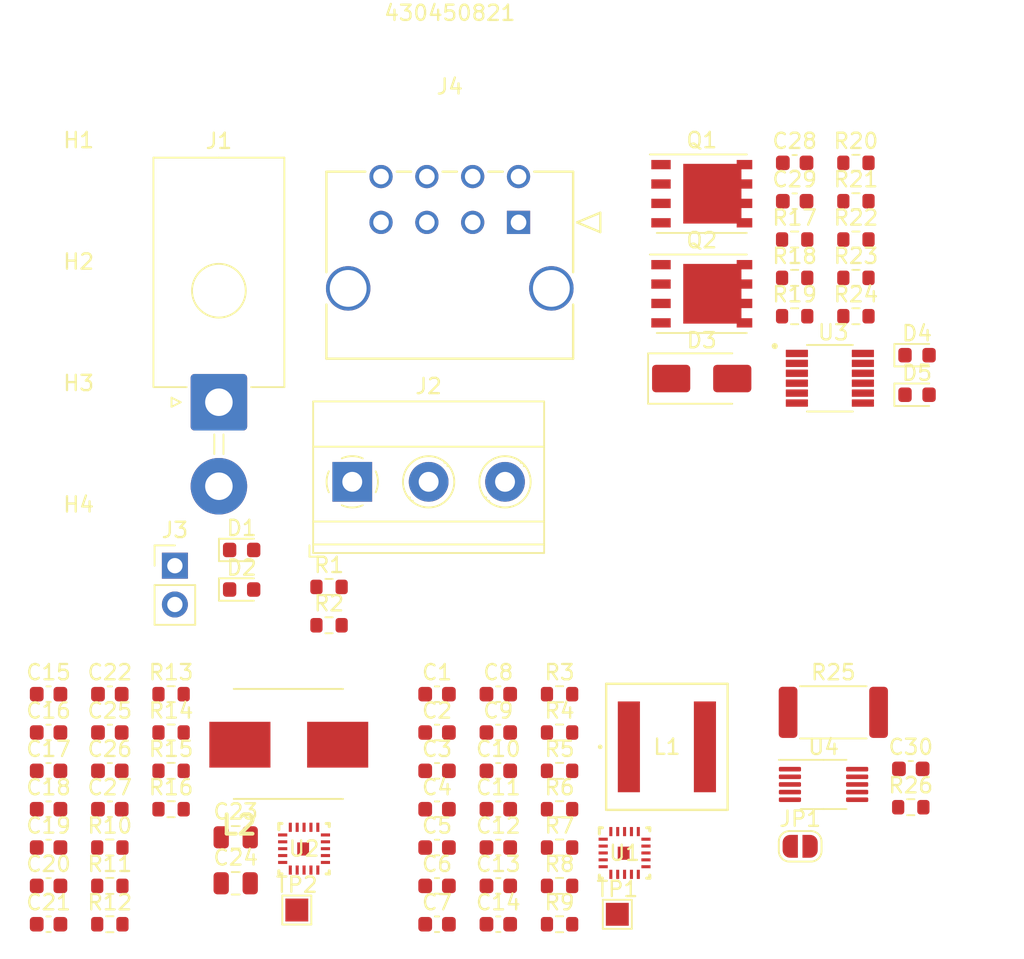
<source format=kicad_pcb>
(kicad_pcb (version 20230913) (generator pcbnew)
  (title_block (title "2023 MUREX Power Distribution Board") (date "2023-07-15") (rev "V1.1") (company "MUREX Robotics [Max Liu]") (comment 1 "// INNOVATION IS OUR OBSESSION") (comment 2 "// THINK DIFFERENT. THINK MUREX") (comment 3 "with circuit protection and integrated sensors.") (comment 4 "The MUREX Power Board is the world's smallest dual-output buck converter"))
  (layers (0 "F.Cu" signal) (1 "In1.Cu" power "PGND1.Cu") (2 "In2.Cu" power "PWR.Cu") (31 "B.Cu" signal) (34 "B.Paste" user) (35 "F.Paste" user) (36 "B.SilkS" user "B.Silkscreen") (37 "F.SilkS" user "F.Silkscreen") (38 "B.Mask" user) (39 "F.Mask" user) (44 "Edge.Cuts" user))
  (net 0 "")
  (net 1 "/VIN-")
  (net 2 "GND")
  (net 3 "/Stage 1 Step Down/SW")
  (net 4 "/Stage 1 Step Down/BST")
  (net 5 "/Stage 2 Step Down/VIN")
  (net 6 "/Stage 1 Step Down/FB")
  (net 7 "/Stage 1 Step Down/EN")
  (net 8 "/Stage 1 Step Down/VCC")
  (net 9 "/Stage 1 Step Down/SS")
  (net 10 "/Stage 2 Step Down/BST")
  (net 11 "/Stage 2 Step Down/SW")
  (net 12 "/Stage 2 Step Down/FB")
  (net 13 "/Stage 2 Step Down/EN")
  (net 14 "/Stage 2 Step Down/VCC")
  (net 15 "/Stage 2 Step Down/SS")
  (net 16 "Net-(U3-VCC)")
  (net 17 "Net-(C29-Pad2)")
  (net 18 "Net-(D1-A)")
  (net 19 "/Stage 1 Step Down/PGOOD")
  (net 20 "Net-(D2-A)")
  (net 21 "Net-(Q1-G)")
  (net 22 "/Stage 1 Step Down/MODE")
  (net 23 "/Stage 2 Step Down/PGOOD")
  (net 24 "/Stage 2 Step Down/MODE")
  (net 25 "/+3.3V")
  (net 28 "/3.3V")
  (net 29 "/SDA")
  (net 30 "/SCL")
  (net 31 "Net-(JP1-A)")
  (net 32 "/VIN+")
  (net 33 "/Ideal Diode Controller/VIN")
  (net 34 "Net-(D4-A)")
  (net 35 "/Ideal Diode Controller/STATUS")
  (net 36 "Net-(D5-A)")
  (net 37 "/Ideal Diode Controller/FAULT")
  (net 38 "/Ideal Diode Controller/SOURCE")
  (net 39 "/Ideal Diode Controller/GATE")
  (net 40 "/Ideal Diode Controller/UV")
  (net 41 "/Ideal Diode Controller/OV")
  (footprint "Capacitor_SMD:C_0603_1608Metric" (layer "F.Cu") (at 127.2166 95.1376)
    (property "Reference" "C14" (at 0 -1.43 0) (layer "F.SilkS"))
    (property "Value" "22nF")
    (pad "1" smd roundrect (at -0.775 0) (size 0.9 0.95) (layers "F.Cu" "F.Paste" "F.Mask") (net 9 "/Stage 1 Step Down/SS"))
    (pad "2" smd roundrect (at 0.775 0) (size 0.9 0.95) (layers "F.Cu" "F.Paste" "F.Mask") (net 2 "GND"))
  )
  (footprint "LED_SMD:LED_0603_1608Metric" (layer "F.Cu") (at 154.6266 57.8876)
    (property "Reference" "D4" (at 0 -1.43 0) (layer "F.SilkS"))
    (property "Value" "LED")
    (pad "1" smd roundrect (at -0.7875 0) (size 0.875 0.95) (layers "F.Cu" "F.Paste" "F.Mask") (net 35 "/Ideal Diode Controller/STATUS"))
    (pad "2" smd roundrect (at 0.7875 0) (size 0.875 0.95) (layers "F.Cu" "F.Paste" "F.Mask") (net 34 "Net-(D4-A)"))
  )
  (footprint "Connector_PinHeader_2.54mm:PinHeader_1x02_P2.54mm_Vertical" (layer "F.Cu") (at 106.0466 71.6676)
    (property "Reference" "J3" (at 0 -2.33 0) (layer "F.SilkS"))
    (property "Value" "Conn_01x02_Pin")
    (pad "1" thru_hole rect (at 0 0) (size 1.7 1.7) (drill 1) (layers "*.Cu" "*.Mask") (net 30 "/SCL"))
    (pad "2" thru_hole oval (at 0 2.54) (size 1.7 1.7) (drill 1) (layers "*.Cu" "*.Mask") (net 29 "/SDA"))
  )
  (footprint "MountingHole:MountingHole_3.2mm_M3" (layer "F.Cu") (at 99.7466 71.8676)
    (property "Reference" "H4" (at 0 -4.2 0) (layer "F.SilkS"))
    (property "Value" "MountingHole")
    (pad "" np_thru_hole circle (at 0 0) (size 3.2 3.2) (drill 3.2) (layers "*.Cu" "*.Mask"))
  )
  (footprint "Resistor_SMD:R_0603_1608Metric" (layer "F.Cu") (at 150.6266 52.8276)
    (property "Reference" "R23" (at 0 -1.43 0) (layer "F.SilkS"))
    (property "Value" "2.7k")
    (pad "1" smd roundrect (at -0.825 0) (size 0.8 0.95) (layers "F.Cu" "F.Paste" "F.Mask") (net 32 "/VIN+"))
    (pad "2" smd roundrect (at 0.825 0) (size 0.8 0.95) (layers "F.Cu" "F.Paste" "F.Mask") (net 34 "Net-(D4-A)"))
  )
  (footprint "Resistor_SMD:R_0603_1608Metric" (layer "F.Cu") (at 116.1366 73.0576)
    (property "Reference" "R1" (at 0 -1.43 0) (layer "F.SilkS"))
    (property "Value" "1k")
    (pad "1" smd roundrect (at -0.825 0) (size 0.8 0.95) (layers "F.Cu" "F.Paste" "F.Mask") (net 5 "/Stage 2 Step Down/VIN"))
    (pad "2" smd roundrect (at 0.825 0) (size 0.8 0.95) (layers "F.Cu" "F.Paste" "F.Mask") (net 18 "Net-(D1-A)"))
  )
  (footprint "Capacitor_SMD:C_0603_1608Metric" (layer "F.Cu") (at 97.7766 82.5876)
    (property "Reference" "C16" (at 0 -1.43 0) (layer "F.SilkS"))
    (property "Value" "22uF")
    (pad "1" smd roundrect (at -0.775 0) (size 0.9 0.95) (layers "F.Cu" "F.Paste" "F.Mask") (net 5 "/Stage 2 Step Down/VIN"))
    (pad "2" smd roundrect (at 0.775 0) (size 0.9 0.95) (layers "F.Cu" "F.Paste" "F.Mask") (net 2 "GND"))
  )
  (footprint "Capacitor_SMD:C_0603_1608Metric" (layer "F.Cu") (at 146.6166 47.8076)
    (property "Reference" "C29" (at 0 -1.43 0) (layer "F.SilkS"))
    (property "Value" "0.1uF")
    (pad "1" smd roundrect (at -0.775 0) (size 0.9 0.95) (layers "F.Cu" "F.Paste" "F.Mask") (net 2 "GND"))
    (pad "2" smd roundrect (at 0.775 0) (size 0.9 0.95) (layers "F.Cu" "F.Paste" "F.Mask") (net 17 "Net-(C29-Pad2)"))
  )
  (footprint "Resistor_SMD:R_0603_1608Metric" (layer "F.Cu") (at 131.2266 85.0976)
    (property "Reference" "R5" (at 0 -1.43 0) (layer "F.SilkS"))
    (property "Value" "30k")
    (pad "1" smd roundrect (at -0.825 0) (size 0.8 0.95) (layers "F.Cu" "F.Paste" "F.Mask") (net 6 "/Stage 1 Step Down/FB"))
    (pad "2" smd roundrect (at 0.825 0) (size 0.8 0.95) (layers "F.Cu" "F.Paste" "F.Mask") (net 2 "GND"))
  )
  (footprint "LED_SMD:LED_0603_1608Metric" (layer "F.Cu") (at 110.4166 73.2276)
    (property "Reference" "D2" (at 0 -1.43 0) (layer "F.SilkS"))
    (property "Value" "LED")
    (pad "1" smd roundrect (at -0.7875 0) (size 0.875 0.95) (layers "F.Cu" "F.Paste" "F.Mask") (net 2 "GND"))
    (pad "2" smd roundrect (at 0.7875 0) (size 0.875 0.95) (layers "F.Cu" "F.Paste" "F.Mask") (net 20 "Net-(D2-A)"))
  )
  (footprint "Package_SO:PowerPAK_SO-8_Single" (layer "F.Cu") (at 140.5366 53.8676)
    (property "Reference" "Q2" (at 0 -3.5 0) (layer "F.SilkS"))
    (property "Value" "SIRA00DP")
    (pad "1" smd rect (at -2.67 -1.905) (size 1.27 0.61) (layers "F.Cu" "F.Paste" "F.Mask") (net 38 "/Ideal Diode Controller/SOURCE"))
    (pad "2" smd rect (at -2.67 -0.635) (size 1.27 0.61) (layers "F.Cu" "F.Paste" "F.Mask") (net 38 "/Ideal Diode Controller/SOURCE"))
    (pad "3" smd rect (at -2.67 0.635) (size 1.27 0.61) (layers "F.Cu" "F.Paste" "F.Mask") (net 38 "/Ideal Diode Controller/SOURCE"))
    (pad "4" smd rect (at -2.67 1.905) (size 1.27 0.61) (layers "F.Cu" "F.Paste" "F.Mask") (net 39 "/Ideal Diode Controller/GATE"))
    (pad "5" smd rect (at 0.69 0) (size 3.81 3.91) (layers "F.Cu" "F.Paste" "F.Mask") (net 32 "/VIN+"))
    (pad "5" smd rect (at 2.795 -1.905) (size 1.02 0.61) (layers "F.Cu" "F.Paste" "F.Mask") (net 32 "/VIN+"))
    (pad "5" smd rect (at 2.795 -0.635) (size 1.02 0.61) (layers "F.Cu" "F.Paste" "F.Mask") (net 32 "/VIN+"))
    (pad "5" smd rect (at 2.795 0.635) (size 1.02 0.61) (layers "F.Cu" "F.Paste" "F.Mask") (net 32 "/VIN+"))
    (pad "5" smd rect (at 2.795 1.905) (size 1.02 0.61) (layers "F.Cu" "F.Paste" "F.Mask") (net 32 "/VIN+"))
  )
  (footprint "Capacitor_SMD:C_0603_1608Metric" (layer "F.Cu") (at 123.2066 92.6276)
    (property "Reference" "C6" (at 0 -1.43 0) (layer "F.SilkS"))
    (property "Value" "47pF")
    (pad "1" smd roundrect (at -0.775 0) (size 0.9 0.95) (layers "F.Cu" "F.Paste" "F.Mask") (net 5 "/Stage 2 Step Down/VIN"))
    (pad "2" smd roundrect (at 0.775 0) (size 0.9 0.95) (layers "F.Cu" "F.Paste" "F.Mask") (net 6 "/Stage 1 Step Down/FB"))
  )
  (footprint "Resistor_SMD:R_0603_1608Metric" (layer "F.Cu") (at 150.6266 50.3176)
    (property "Reference" "R22" (at 0 -1.43 0) (layer "F.SilkS"))
    (property "Value" "10")
    (pad "1" smd roundrect (at -0.825 0) (size 0.8 0.95) (layers "F.Cu" "F.Paste" "F.Mask") (net 39 "/Ideal Diode Controller/GATE"))
    (pad "2" smd roundrect (at 0.825 0) (size 0.8 0.95) (layers "F.Cu" "F.Paste" "F.Mask") (net 21 "Net-(Q1-G)"))
  )
  (footprint "Power:WE-HCI_7030_7040_705023" (layer "F.Cu") (at 113.5016 83.3861)
    (property "Reference" "L2" (at -3.25 5.25 0) (layer "F.SilkS") (effects (font (size 1.27 1.27) (thickness 0.254))))
    (property "Value" "1.5uH" hide)
    (pad "1" smd rect (at -3.2 0) (size 4 3) (layers "F.Cu" "F.Paste" "F.Mask") (net 11 "/Stage 2 Step Down/SW"))
    (pad "2" smd rect (at 3.2 0) (size 4 3) (layers "F.Cu" "F.Paste" "F.Mask") (net 25 "/+3.3V"))
  )
  (footprint "Capacitor_SMD:C_0603_1608Metric" (layer "F.Cu") (at 123.2066 95.1376)
    (property "Reference" "C7" (at 0 -1.43 0) (layer "F.SilkS"))
    (property "Value" "1uF")
    (pad "1" smd roundrect (at -0.775 0) (size 0.9 0.95) (layers "F.Cu" "F.Paste" "F.Mask") (net 5 "/Stage 2 Step Down/VIN"))
    (pad "2" smd roundrect (at 0.775 0) (size 0.9 0.95) (layers "F.Cu" "F.Paste" "F.Mask") (net 2 "GND"))
  )
  (footprint "Capacitor_SMD:C_0805_2012Metric" (layer "F.Cu") (at 110.0266 89.4476)
    (property "Reference" "C23" (at 0 -1.68 0) (layer "F.SilkS"))
    (property "Value" "100uF")
    (pad "1" smd roundrect (at -0.95 0) (size 1 1.45) (layers "F.Cu" "F.Paste" "F.Mask") (net 25 "/+3.3V"))
    (pad "2" smd roundrect (at 0.95 0) (size 1 1.45) (layers "F.Cu" "F.Paste" "F.Mask") (net 2 "GND"))
  )
  (footprint "Power:IND_XAL7070_COC-L" (layer "F.Cu") (at 138.2528 83.5263)
    (property "Reference" "L1" (at 0 0 0 unlocked) (layer "F.SilkS"))
    (property "Value" "1.8uH")
    (pad "1" smd rect (at -2.4892 0) (size 1.4478 5.9436) (layers "F.Cu" "F.Paste" "F.Mask") (net 3 "/Stage 1 Step Down/SW"))
    (pad "2" smd rect (at 2.4892 0) (size 1.4478 5.9436) (layers "F.Cu" "F.Paste" "F.Mask") (net 5 "/Stage 2 Step Down/VIN"))
  )
  (footprint "Capacitor_SMD:C_0603_1608Metric" (layer "F.Cu") (at 154.2166 84.9676)
    (property "Reference" "C30" (at 0 -1.43 0) (layer "F.SilkS"))
    (property "Value" "0.1uF")
    (pad "1" smd roundrect (at -0.775 0) (size 0.9 0.95) (layers "F.Cu" "F.Paste" "F.Mask") (net 28 "/3.3V"))
    (pad "2" smd roundrect (at 0.775 0) (size 0.9 0.95) (layers "F.Cu" "F.Paste" "F.Mask") (net 2 "GND"))
  )
  (footprint "Resistor_SMD:R_0603_1608Metric" (layer "F.Cu") (at 101.7866 95.1376)
    (property "Reference" "R12" (at 0 -1.43 0) (layer "F.SilkS"))
    (property "Value" "20k")
    (pad "1" smd roundrect (at -0.825 0) (size 0.8 0.95) (layers "F.Cu" "F.Paste" "F.Mask") (net 12 "/Stage 2 Step Down/FB"))
    (pad "2" smd roundrect (at 0.825 0) (size 0.8 0.95) (layers "F.Cu" "F.Paste" "F.Mask") (net 2 "GND"))
  )
  (footprint "Connector_Molex:Molex_Mega-Fit_76825-0002_2x01_P5.70mm_Horizontal" (layer "F.Cu") (at 108.9266 60.9676)
    (property "Reference" "J1" (at 0 -17.1 0) (layer "F.SilkS"))
    (property "Value" "Conn_01x02")
    (pad "" np_thru_hole circle (at 0 -7.3) (size 3 3) (drill 3) (layers "*.Cu" "*.Mask"))
    (pad "1" thru_hole roundrect (at 0 0) (size 3.7 3.7) (drill 1.8) (layers "*.Cu" "*.Mask") (roundrect_rratio 0.067568) (net 2 "GND"))
    (pad "2" thru_hole circle (at 0 5.5) (size 3.7 3.7) (drill 1.8) (layers "*.Cu" "*.Mask") (net 33 "/Ideal Diode Controller/VIN"))
  )
  (footprint "Capacitor_SMD:C_0603_1608Metric" (layer "F.Cu") (at 123.2066 85.0976)
    (property "Reference" "C3" (at 0 -1.43 0) (layer "F.SilkS"))
    (property "Value" "1uF")
    (pad "1" smd roundrect (at -0.775 0) (size 0.9 0.95) (layers "F.Cu" "F.Paste" "F.Mask") (net 1 "/VIN-"))
    (pad "2" smd roundrect (at 0.775 0) (size 0.9 0.95) (layers "F.Cu" "F.Paste" "F.Mask") (net 2 "GND"))
  )
  (footprint "Jumper:SolderJumper-2_P1.3mm_Open_RoundedPad1.0x1.5mm" (layer "F.Cu") (at 146.9766 90.0376)
    (property "Reference" "JP1" (at 0 -1.8 0) (layer "F.SilkS"))
    (property "Value" "TO_VS")
    (pad "1" smd custom (at -0.65 0) (size 1 0.5) (layers "F.Cu" "F.Mask") (net 31 "Net-(JP1-A)") (options (clearance outline) (anchor rect)) (primitives (gr_circle (center 0 0.25) (end 0.5 0.25) (width 0) (fill yes)) (gr_circle (center 0 -0.25) (end 0.5 -0.25) (width 0) (fill yes)) (gr_poly (pts (xy 0.5 0.75) (xy 0 0.75) (xy 0 -0.75) (xy 0.5 -0.75)) (width 0) (fill yes))))
    (pad "2" smd custom (at 0.65 0) (size 1 0.5) (layers "F.Cu" "F.Mask") (net 2 "GND") (options (clearance outline) (anchor rect)) (primitives (gr_circle (center 0 0.25) (end 0.5 0.25) (width 0) (fill yes)) (gr_circle (center 0 -0.25) (end 0.5 -0.25) (width 0) (fill yes)) (gr_poly (pts (xy 0 0.75) (xy -0.5 0.75) (xy -0.5 -0.75) (xy 0 -0.75)) (width 0) (fill yes))))
  )
  (footprint "Package_SO:VSSOP-10_3x3mm_P0.5mm" (layer "F.Cu") (at 148.5066 85.9876)
    (property "Reference" "U4" (at 0 -2.45 0) (layer "F.SilkS"))
    (property "Value" "INA226")
    (pad "1" smd roundrect (at -2.2 -1) (size 1.45 0.3) (layers "F.Cu" "F.Paste" "F.Mask") (net 31 "Net-(JP1-A)"))
    (pad "2" smd roundrect (at -2.2 -0.5) (size 1.45 0.3) (layers "F.Cu" "F.Paste" "F.Mask") (net 28 "/3.3V"))
    (pad "3" smd roundrect (at -2.2 0) (size 1.45 0.3) (layers "F.Cu" "F.Paste" "F.Mask"))
    (pad "4" smd roundrect (at -2.2 0.5) (size 1.45 0.3) (layers "F.Cu" "F.Paste" "F.Mask") (net 29 "/SDA"))
    (pad "5" smd roundrect (at -2.2 1) (size 1.45 0.3) (layers "F.Cu" "F.Paste" "F.Mask") (net 30 "/SCL"))
    (pad "6" smd roundrect (at 2.2 1) (size 1.45 0.3) (layers "F.Cu" "F.Paste" "F.Mask") (net 28 "/3.3V"))
    (pad "7" smd roundrect (at 2.2 0.5) (size 1.45 0.3) (layers "F.Cu" "F.Paste" "F.Mask") (net 2 "GND"))
    (pad "8" smd roundrect (at 2.2 0) (size 1.45 0.3) (layers "F.Cu" "F.Paste" "F.Mask") (net 1 "/VIN-"))
    (pad "9" smd roundrect (at 2.2 -0.5) (size 1.45 0.3) (layers "F.Cu" "F.Paste" "F.Mask") (net 1 "/VIN-"))
    (pad "10" smd roundrect (at 2.2 -1) (size 1.45 0.3) (layers "F.Cu" "F.Paste" "F.Mask") (net 32 "/VIN+"))
  )
  (footprint "Resistor_SMD:R_0603_1608Metric" (layer "F.Cu") (at 154.2166 87.4776)
    (property "Reference" "R26" (at 0 -1.43 0) (layer "F.SilkS"))
    (property "Value" "10k")
    (pad "1" smd roundrect (at -0.825 0) (size 0.8 0.95) (layers "F.Cu" "F.Paste" "F.Mask") (net 28 "/3.3V"))
    (pad "2" smd roundrect (at 0.825 0) (size 0.8 0.95) (layers "F.Cu" "F.Paste" "F.Mask") (net 31 "Net-(JP1-A)"))
  )
  (footprint "Power:CON_430450821_MOL" (layer "F.Cu") (at 128.540081 49.196101)
    (property "Reference" "J4" (at -4.499999 -8.89 0 unlocked) (layer "F.SilkS"))
    (property "Value" "Conn_01x08")
    (fp_text user "430450821" (at -4.499999 -13.71 0 unlocked) (layer "F.SilkS"))
    (pad "1" thru_hole rect (at 0 0) (size 1.52 1.52) (drill 1.02) (layers "*.Cu" "*.Mask") (net 1 "/VIN-"))
    (pad "2" thru_hole circle (at -2.999999 0) (size 1.52 1.52) (drill 1.02) (layers "*.Cu" "*.Mask") (net 1 "/VIN-"))
    (pad "3" thru_hole circle (at -5.999998 0) (size 1.52 1.52) (drill 1.02) (layers "*.Cu" "*.Mask") (net 2 "GND"))
    (pad "4" thru_hole circle (at -8.999997 0) (size 1.52 1.52) (drill 1.02) (layers "*.Cu" "*.Mask") (net 2 "GND"))
    (pad "5" thru_hole circle (at 0 -2.999999) (size 1.52 1.52) (drill 1.02) (layers "*.Cu" "*.Mask") (net 1 "/VIN-"))
    (pad "6" thru_hole circle (at -2.999999 -2.999999) (size 1.52 1.52) (drill 1.02) (layers "*.Cu" "*.Mask") (net 25 "/+3.3V"))
    (pad "7" thru_hole circle (at -5.999998 -2.999999) (size 1.52 1.52) (drill 1.02) (layers "*.Cu" "*.Mask") (net 2 "GND"))
    (pad "8" thru_hole circle (at -8.999997 -2.999999) (size 1.52 1.52) (drill 1.02) (layers "*.Cu" "*.Mask") (net 2 "GND"))
    (pad "P1" thru_hole circle (at 2.149998 4.319999) (size 2.909999 2.909999) (drill 2.41) (layers "*.Cu" "*.Mask"))
    (pad "P2" thru_hole circle (at -11.149995 4.319999) (size 2.909999 2.909999) (drill 2.41) (layers "*.Cu" "*.Mask"))
  )
  (footprint "Resistor_SMD:R_0603_1608Metric" (layer "F.Cu") (at 146.6166 52.8276)
    (property "Reference" "R18" (at 0 -1.43 0) (layer "F.SilkS"))
    (property "Value" "5.11k")
    (pad "1" smd roundrect (at -0.825 0) (size 0.8 0.95) (layers "F.Cu" "F.Paste" "F.Mask") (net 40 "/Ideal Diode Controller/UV"))
    (pad "2" smd roundrect (at 0.825 0) (size 0.8 0.95) (layers "F.Cu" "F.Paste" "F.Mask") (net 2 "GND"))
  )
  (footprint "Capacitor_SMD:C_0603_1608Metric" (layer "F.Cu") (at 97.7766 87.6076)
    (property "Reference" "C18" (at 0 -1.43 0) (layer "F.SilkS"))
    (property "Value" "0.1uF")
    (pad "1" smd roundrect (at -0.775 0) (size 0.9 0.95) (layers "F.Cu" "F.Paste" "F.Mask") (net 5 "/Stage 2 Step Down/VIN"))
    (pad "2" smd roundrect (at 0.775 0) (size 0.9 0.95) (layers "F.Cu" "F.Paste" "F.Mask") (net 2 "GND"))
  )
  (footprint "Capacitor_SMD:C_0603_1608Metric" (layer "F.Cu") (at 97.7766 80.0776)
    (property "Reference" "C15" (at 0 -1.43 0) (layer "F.SilkS"))
    (property "Value" "22uF")
    (pad "1" smd roundrect (at -0.775 0) (size 0.9 0.95) (layers "F.Cu" "F.Paste" "F.Mask") (net 5 "/Stage 2 Step Down/VIN"))
    (pad "2" smd roundrect (at 0.775 0) (size 0.9 0.95) (layers "F.Cu" "F.Paste" "F.Mask") (net 2 "GND"))
  )
  (footprint "Resistor_SMD:R_0603_1608Metric" (layer "F.Cu") (at 131.2266 87.6076)
    (property "Reference" "R6" (at 0 -1.43 0) (layer "F.SilkS"))
    (property "Value" "51k")
    (pad "1" smd roundrect (at -0.825 0) (size 0.8 0.95) (layers "F.Cu" "F.Paste" "F.Mask") (net 8 "/Stage 1 Step Down/VCC"))
    (pad "2" smd roundrect (at 0.825 0) (size 0.8 0.95) (layers "F.Cu" "F.Paste" "F.Mask") (net 22 "/Stage 1 Step Down/MODE"))
  )
  (footprint "Capacitor_SMD:C_0603_1608Metric" (layer "F.Cu") (at 127.2166 82.5876)
    (property "Reference" "C9" (at 0 -1.43 0) (layer "F.SilkS"))
    (property "Value" "22uF")
    (pad "1" smd roundrect (at -0.775 0) (size 0.9 0.95) (layers "F.Cu" "F.Paste" "F.Mask") (net 5 "/Stage 2 Step Down/VIN"))
    (pad "2" smd roundrect (at 0.775 0) (size 0.9 0.95) (layers "F.Cu" "F.Paste" "F.Mask") (net 2 "GND"))
  )
  (footprint "Resistor_SMD:R_0603_1608Metric" (layer "F.Cu") (at 146.6166 50.3176)
    (property "Reference" "R17" (at 0 -1.43 0) (layer "F.SilkS"))
    (property "Value" "105k")
    (pad "1" smd roundrect (at -0.825 0) (size 0.8 0.95) (layers "F.Cu" "F.Paste" "F.Mask") (net 33 "/Ideal Diode Controller/VIN"))
    (pad "2" smd roundrect (at 0.825 0) (size 0.8 0.95) (layers "F.Cu" "F.Paste" "F.Mask") (net 40 "/Ideal Diode Controller/UV"))
  )
  (footprint "Power:SOP65P490X110-12N" (layer "F.Cu") (at 148.9216 59.3976)
    (property "Reference" "U3" (at 0.225 -2.997 0) (layer "F.SilkS"))
    (property "Value" "LTC4352CMS")
    (pad "1" smd roundrect (at -2.16 -1.625) (size 1.45 0.48) (layers "F.Cu" "F.Paste" "F.Mask") (roundrect_rratio 0.06) (net 33 "/Ideal Diode Controller/VIN"))
    (pad "2" smd roundrect (at -2.16 -0.975) (size 1.45 0.48) (layers "F.Cu" "F.Paste" "F.Mask") (roundrect_rratio 0.06) (net 16 "Net-(U3-VCC)"))
    (pad "3" smd roundrect (at -2.16 -0.325) (size 1.45 0.48) (layers "F.Cu" "F.Paste" "F.Mask") (roundrect_rratio 0.06) (net 40 "/Ideal Diode Controller/UV"))
    (pad "4" smd roundrect (at -2.16 0.325) (size 1.45 0.48) (layers "F.Cu" "F.Paste" "F.Mask") (roundrect_rratio 0.06) (net 41 "/Ideal Diode Controller/OV"))
    (pad "5" smd roundrect (at -2.16 0.975) (size 1.45 0.48) (layers "F.Cu" "F.Paste" "F.Mask") (roundrect_rratio 0.06) (net 35 "/Ideal Diode Controller/STATUS"))
    (pad "6" smd roundrect (at -2.16 1.625) (size 1.45 0.48) (layers "F.Cu" "F.Paste" "F.Mask") (roundrect_rratio 0.06) (net 37 "/Ideal Diode Controller/FAULT"))
    (pad "7" smd roundrect (at 2.16 1.625) (size 1.45 0.48) (layers "F.Cu" "F.Paste" "F.Mask") (roundrect_rratio 0.06) (net 2 "GND"))
    (pad "8" smd roundrect (at 2.16 0.975) (size 1.45 0.48) (layers "F.Cu" "F.Paste" "F.Mask") (roundrect_rratio 0.06) (net 32 "/VIN+"))
    (pad "9" smd roundrect (at 2.16 0.325) (size 1.45 0.48) (layers "F.Cu" "F.Paste" "F.Mask") (roundrect_rratio 0.06) (net 2 "GND"))
    (pad "10" smd roundrect (at 2.16 -0.325) (size 1.45 0.48) (layers "F.Cu" "F.Paste" "F.Mask") (roundrect_rratio 0.06))
    (pad "11" smd roundrect (at 2.16 -0.975) (size 1.45 0.48) (layers "F.Cu" "F.Paste" "F.Mask") (roundrect_rratio 0.06) (net 39 "/Ideal Diode Controller/GATE"))
    (pad "12" smd roundrect (at 2.16 -1.625) (size 1.45 0.48) (layers "F.Cu" "F.Paste" "F.Mask") (roundrect_rratio 0.06) (net 38 "/Ideal Diode Controller/SOURCE"))
  )
  (footprint "Capacitor_SMD:C_0603_1608Metric" (layer "F.Cu") (at 123.2066 87.6076)
    (property "Reference" "C4" (at 0 -1.43 0) (layer "F.SilkS"))
    (property "Value" "0.1uF")
    (pad "1" smd roundrect (at -0.775 0) (size 0.9 0.95) (layers "F.Cu" "F.Paste" "F.Mask") (net 1 "/VIN-"))
    (pad "2" smd roundrect (at 0.775 0) (size 0.9 0.95) (layers "F.Cu" "F.Paste" "F.Mask") (net 2 "GND"))
  )
  (footprint "Resistor_SMD:R_0603_1608Metric" (layer "F.Cu") (at 105.7966 85.0976)
    (property "Reference" "R15" (at 0 -1.43 0) (layer "F.SilkS"))
    (property "Value" "8.87k")
    (pad "1" smd roundrect (at -0.825 0) (size 0.8 0.95) (layers "F.Cu" "F.Paste" "F.Mask") (net 5 "/Stage 2 Step Down/VIN"))
    (pad "2" smd roundrect (at 0.825 0) (size 0.8 0.95) (layers "F.Cu" "F.Paste" "F.Mask") (net 13 "/Stage 2 Step Down/EN"))
  )
  (footprint "Resistor_SMD:R_0603_1608Metric" (layer "F.Cu") (at 105.7966 87.6076)
    (property "Reference" "R16" (at 0 -1.43 0) (layer "F.SilkS"))
    (property "Value" "5.1k")
    (pad "1" smd roundrect (at -0.825 0) (size 0.8 0.95) (layers "F.Cu" "F.Paste" "F.Mask") (net 13 "/Stage 2 Step Down/EN"))
    (pad "2" smd roundrect (at 0.825 0) (size 0.8 0.95) (layers "F.Cu" "F.Paste" "F.Mask") (net 2 "GND"))
  )
  (footprint "Resistor_SMD:R_0603_1608Metric" (layer "F.Cu") (at 105.7966 80.0776)
    (property "Reference" "R13" (at 0 -1.43 0) (layer "F.SilkS"))
    (property "Value" "330k")
    (pad "1" smd roundrect (at -0.825 0) (size 0.8 0.95) (layers "F.Cu" "F.Paste" "F.Mask") (net 14 "/Stage 2 Step Down/VCC"))
    (pad "2" smd roundrect (at 0.825 0) (size 0.8 0.95) (layers "F.Cu" "F.Paste" "F.Mask") (net 24 "/Stage 2 Step Down/MODE"))
  )
  (footprint "Resistor_SMD:R_0603_1608Metric" (layer "F.Cu") (at 101.7866 92.6276)
    (property "Reference" "R11" (at 0 -1.43 0) (layer "F.SilkS"))
    (property "Value" "91k")
    (pad "1" smd roundrect (at -0.825 0) (size 0.8 0.95) (layers "F.Cu" "F.Paste" "F.Mask") (net 25 "/+3.3V"))
    (pad "2" smd roundrect (at 0.825 0) (size 0.8 0.95) (layers "F.Cu" "F.Paste" "F.Mask") (net 12 "/Stage 2 Step Down/FB"))
  )
  (footprint "Resistor_SMD:R_0603_1608Metric" (layer "F.Cu") (at 131.2266 82.5876)
    (property "Reference" "R4" (at 0 -1.43 0) (layer "F.SilkS"))
    (property "Value" "226k")
    (pad "1" smd roundrect (at -0.825 0) (size 0.8 0.95) (layers "F.Cu" "F.Paste" "F.Mask") (net 5 "/Stage 2 Step Down/VIN"))
    (pad "2" smd roundrect (at 0.825 0) (size 0.8 0.95) (layers "F.Cu" "F.Paste" "F.Mask") (net 6 "/Stage 1 Step Down/FB"))
  )
  (footprint "Capacitor_SMD:C_0603_1608Metric" (layer "F.Cu") (at 97.7766 95.1376)
    (property "Reference" "C21" (at 0 -1.43 0) (layer "F.SilkS"))
    (property "Value" "1uF")
    (pad "1" smd roundrect (at -0.775 0) (size 0.9 0.95) (layers "F.Cu" "F.Paste" "F.Mask") (net 25 "/+3.3V"))
    (pad "2" smd roundrect (at 0.775 0) (size 0.9 0.95) (layers "F.Cu" "F.Paste" "F.Mask") (net 2 "GND"))
  )
  (footprint "Capacitor_SMD:C_0603_1608Metric" (layer "F.Cu") (at 101.7866 87.6076)
    (property "Reference" "C27" (at 0 -1.43 0) (layer "F.SilkS"))
    (property "Value" "22nF")
    (pad "1" smd roundrect (at -0.775 0) (size 0.9 0.95) (layers "F.Cu" "F.Paste" "F.Mask") (net 15 "/Stage 2 Step Down/SS"))
    (pad "2" smd roundrect (at 0.775 0) (size 0.9 0.95) (layers "F.Cu" "F.Paste" "F.Mask") (net 2 "GND"))
  )
  (footprint "MountingHole:MountingHole_3.2mm_M3" (layer "F.Cu") (at 99.7466 63.9176)
    (property "Reference" "H3" (at 0 -4.2 0) (layer "F.SilkS"))
    (property "Value" "MountingHole")
    (pad "" np_thru_hole circle (at 0 0) (size 3.2 3.2) (drill 3.2) (layers "*.Cu" "*.Mask"))
  )
  (footprint "Resistor_SMD:R_0603_1608Metric" (layer "F.Cu") (at 131.2266 95.1376)
    (property "Reference" "R9" (at 0 -1.43 0) (layer "F.SilkS"))
    (property "Value" "5.1k")
    (pad "1" smd roundrect (at -0.825 0) (size 0.8 0.95) (layers "F.Cu" "F.Paste" "F.Mask") (net 7 "/Stage 1 Step Down/EN"))
    (pad "2" smd roundrect (at 0.825 0) (size 0.8 0.95) (layers "F.Cu" "F.Paste" "F.Mask") (net 2 "GND"))
  )
  (footprint "Capacitor_SMD:C_0603_1608Metric" (layer "F.Cu") (at 123.2066 80.0776)
    (property "Reference" "C1" (at 0 -1.43 0) (layer "F.SilkS"))
    (property "Value" "22uF")
    (pad "1" smd roundrect (at -0.775 0) (size 0.9 0.95) (layers "F.Cu" "F.Paste" "F.Mask") (net 1 "/VIN-"))
    (pad "2" smd roundrect (at 0.775 0) (size 0.9 0.95) (layers "F.Cu" "F.Paste" "F.Mask") (net 2 "GND"))
  )
  (footprint "Capacitor_SMD:C_0603_1608Metric" (layer "F.Cu") (at 97.7766 92.6276)
    (property "Reference" "C20" (at 0 -1.43 0) (layer "F.SilkS"))
    (property "Value" "56pF")
    (pad "1" smd roundrect (at -0.775 0) (size 0.9 0.95) (layers "F.Cu" "F.Paste" "F.Mask") (net 25 "/+3.3V"))
    (pad "2" smd roundrect (at 0.775 0) (size 0.9 0.95) (layers "F.Cu" "F.Paste" "F.Mask") (net 12 "/Stage 2 Step Down/FB"))
  )
  (footprint "Capacitor_SMD:C_0603_1608Metric" (layer "F.Cu") (at 97.7766 90.1176)
    (property "Reference" "C19" (at 0 -1.43 0) (layer "F.SilkS"))
    (property "Value" "0.1uF")
    (pad "1" smd roundrect (at -0.775 0) (size 0.9 0.95) (layers "F.Cu" "F.Paste" "F.Mask") (net 10 "/Stage 2 Step Down/BST"))
    (pad "2" smd roundrect (at 0.775 0) (size 0.9 0.95) (layers "F.Cu" "F.Paste" "F.Mask") (net 11 "/Stage 2 Step Down/SW"))
  )
  (footprint "Capacitor_SMD:C_0603_1608Metric" (layer "F.Cu") (at 127.2166 92.6276)
    (property "Reference" "C13" (at 0 -1.43 0) (layer "F.SilkS"))
    (property "Value" "0.1uF")
    (pad "1" smd roundrect (at -0.775 0) (size 0.9 0.95) (layers "F.Cu" "F.Paste" "F.Mask") (net 8 "/Stage 1 Step Down/VCC"))
    (pad "2" smd roundrect (at 0.775 0) (size 0.9 0.95) (layers "F.Cu" "F.Paste" "F.Mask") (net 2 "GND"))
  )
  (footprint "Capacitor_SMD:C_0603_1608Metric" (layer "F.Cu") (at 127.2166 90.1176)
    (property "Reference" "C12" (at 0 -1.43 0) (layer "F.SilkS"))
    (property "Value" "0.1uF")
    (pad "1" smd roundrect (at -0.775 0) (size 0.9 0.95) (layers "F.Cu" "F.Paste" "F.Mask") (net 7 "/Stage 1 Step Down/EN"))
    (pad "2" smd roundrect (at 0.775 0) (size 0.9 0.95) (layers "F.Cu" "F.Paste" "F.Mask") (net 2 "GND"))
  )
  (footprint "Capacitor_SMD:C_0603_1608Metric" (layer "F.Cu") (at 123.2066 82.5876)
    (property "Reference" "C2" (at 0 -1.43 0) (layer "F.SilkS"))
    (property "Value" "22uF")
    (pad "1" smd roundrect (at -0.775 0) (size 0.9 0.95) (layers "F.Cu" "F.Paste" "F.Mask") (net 1 "/VIN-"))
    (pad "2" smd roundrect (at 0.775 0) (size 0.9 0.95) (layers "F.Cu" "F.Paste" "F.Mask") (net 2 "GND"))
  )
  (footprint "MountingHole:MountingHole_3.2mm_M3" (layer "F.Cu") (at 99.7466 48.0176)
    (property "Reference" "H1" (at 0 -4.2 0) (layer "F.SilkS"))
    (property "Value" "MountingHole")
    (pad "" np_thru_hole circle (at 0 0) (size 3.2 3.2) (drill 3.2) (layers "*.Cu" "*.Mask"))
  )
  (footprint "LED_SMD:LED_0603_1608Metric" (layer "F.Cu") (at 154.6266 60.4776)
    (property "Reference" "D5" (at 0 -1.43 0) (layer "F.SilkS"))
    (property "Value" "LED")
    (pad "1" smd roundrect (at -0.7875 0) (size 0.875 0.95) (layers "F.Cu" "F.Paste" "F.Mask") (net 37 "/Ideal Diode Controller/FAULT"))
    (pad "2" smd roundrect (at 0.7875 0) (size 0.875 0.95) (layers "F.Cu" "F.Paste" "F.Mask") (net 36 "Net-(D5-A)"))
  )
  (footprint "Capacitor_SMD:C_0603_1608Metric" (layer "F.Cu") (at 101.7866 85.0976)
    (property "Reference" "C26" (at 0 -1.43 0) (layer "F.SilkS"))
    (property "Value" "0.1uF")
    (pad "1" smd roundrect (at -0.775 0) (size 0.9 0.95) (layers "F.Cu" "F.Paste" "F.Mask") (net 14 "/Stage 2 Step Down/VCC"))
    (pad "2" smd roundrect (at 0.775 0) (size 0.9 0.95) (layers "F.Cu" "F.Paste" "F.Mask") (net 2 "GND"))
  )
  (footprint "Capacitor_SMD:C_0603_1608Metric" (layer "F.Cu") (at 146.6166 45.2976)
    (property "Reference" "C28" (at 0 -1.43 0) (layer "F.SilkS"))
    (property "Value" "0.1uF")
    (pad "1" smd roundrect (at -0.775 0) (size 0.9 0.95) (layers "F.Cu" "F.Paste" "F.Mask") (net 2 "GND"))
    (pad "2" smd roundrect (at 0.775 0) (size 0.9 0.95) (layers "F.Cu" "F.Paste" "F.Mask") (net 16 "Net-(U3-VCC)"))
  )
  (footprint "Capacitor_SMD:C_0603_1608Metric" (layer "F.Cu") (at 127.2166 87.6076)
    (property "Reference" "C11" (at 0 -1.43 0) (layer "F.SilkS"))
    (property "Value" "22uF")
    (pad "1" smd roundrect (at -0.775 0) (size 0.9 0.95) (layers "F.Cu" "F.Paste" "F.Mask") (net 5 "/Stage 2 Step Down/VIN"))
    (pad "2" smd roundrect (at 0.775 0) (size 0.9 0.95) (layers "F.Cu" "F.Paste" "F.Mask") (net 2 "GND"))
  )
  (footprint "Capacitor_SMD:C_0603_1608Metric" (layer "F.Cu") (at 127.2166 85.0976)
    (property "Reference" "C10" (at 0 -1.43 0) (layer "F.SilkS"))
    (property "Value" "22uF")
    (pad "1" smd roundrect (at -0.775 0) (size 0.9 0.95) (layers "F.Cu" "F.Paste" "F.Mask") (net 5 "/Stage 2 Step Down/VIN"))
    (pad "2" smd roundrect (at 0.775 0) (size 0.9 0.95) (layers "F.Cu" "F.Paste" "F.Mask") (net 2 "GND"))
  )
  (footprint "Power:RJE0020A" (layer "F.Cu") (at 114.501599 90.192599)
    (property "Reference" "U2" (at 0 0 0 unlocked) (layer "F.SilkS"))
    (property "Value" "TPS568230RJER")
    (pad "1" smd rect (at -1.4 -0.900001) (size 0.599999 0.2) (layers "F.Cu" "F.Paste" "F.Mask") (net 10 "/Stage 2 Step Down/BST"))
    (pad "2" smd rect (at -1.4 -0.449999) (size 0.599999 0.2) (layers "F.Cu" "F.Paste" "F.Mask") (net 5 "/Stage 2 Step Down/VIN"))
    (pad "3" smd rect (at -1.4 0) (size 0.599999 0.2) (layers "F.Cu" "F.Paste" "F.Mask") (net 5 "/Stage 2 Step Down/VIN"))
    (pad "4" smd rect (at -1.4 0.449999) (size 0.599999 0.2) (layers "F.Cu" "F.Paste" "F.Mask") (net 5 "/Stage 2 Step Down/VIN"))
    (pad "5" smd rect (at -1.4 0.900001) (size 0.599999 0.2) (layers "F.Cu" "F.Paste" "F.Mask") (net 5 "/Stage 2 Step Down/VIN"))
    (pad "6" smd rect (at -0.900001 1.4 90) (size 0.599999 0.2) (layers "F.Cu" "F.Paste" "F.Mask") (net 11 "/Stage 2 Step Down/SW"))
    (pad "7" smd rect (at -0.449999 1.4 90) (size 0.599999 0.2) (layers "F.Cu" "F.Paste" "F.Mask") (net 2 "GND"))
    (pad "8" smd rect (at 0 1.4 90) (size 0.599999 0.2) (layers "F.Cu" "F.Paste" "F.Mask") (net 2 "GND"))
    (pad "9" smd rect (at 0.449999 1.4 90) (size 0.599999 0.2) (layers "F.Cu" "F.Paste" "F.Mask") (net 23 "/Stage 2 Step Down/PGOOD"))
    (pad "10" smd rect (at 0.900001 1.4 90) (size 0.599999 0.2) (layers "F.Cu" "F.Paste" "F.Mask") (net 2 "GND"))
    (pad "11" smd rect (at 1.4 0.900001) (size 0.599999 0.2) (layers "F.Cu" "F.Paste" "F.Mask") (net 15 "/Stage 2 Step Down/SS"))
    (pad "12" smd rect (at 1.4 0.449999) (size 0.599999 0.2) (layers "F.Cu" "F.Paste" "F.Mask") (net 13 "/Stage 2 Step Down/EN"))
    (pad "13" smd rect (at 1.4 0) (size 0.599999 0.2) (layers "F.Cu" "F.Paste" "F.Mask") (net 2 "GND"))
    (pad "14" smd rect (at 1.4 -0.449999) (size 0.599999 0.2) (layers "F.Cu" "F.Paste" "F.Mask") (net 12 "/Stage 2 Step Down/FB"))
    (pad "15" smd rect (at 1.4 -0.900001) (size 0.599999 0.2) (layers "F.Cu" "F.Paste" "F.Mask") (net 24 "/Stage 2 Step Down/MODE"))
    (pad "16" smd rect (at 0.900001 -1.4 90) (size 0.599999 0.2) (layers "F.Cu" "F.Paste" "F.Mask") (net 2 "GND"))
    (pad "17" smd rect (at 0.449999 -1.4 90) (size 0.599999 0.2) (layers "F.Cu" "F.Paste" "F.Mask") (net 14 "/Stage 2 Step Down/VCC"))
    (pad "18" smd rect (at 0 -1.4 90) (size 0.599999 0.2) (layers "F.Cu" "F.Paste" "F.Mask") (net 2 "GND"))
    (pad "19" smd rect (at -0.449999 -1.4 90) (size 0.599999 0.2) (layers "F.Cu" "F.Paste" "F.Mask") (net 11 "/Stage 2 Step Down/SW"))
    (pad "20" smd rect (at -0.900001 -1.4 90) (size 0.599999 0.2) (layers "F.Cu" "F.Paste" "F.Mask") (net 11 "/Stage 2 Step Down/SW"))
    (pad "21" smd rect (at -0.06 0.018001) (size 0.775 0.860001) (layers "F.Cu" "F.Mask") (net 2 "GND"))
  )
  (footprint "LED_SMD:LED_0603_1608Metric" (layer "F.Cu") (at 110.4166 70.6376)
    (property "Reference" "D1" (at 0 -1.43 0) (layer "F.SilkS"))
    (property "Value" "LED")
    (pad "1" smd roundrect (at -0.7875 0) (size 0.875 0.95) (layers "F.Cu" "F.Paste" "F.Mask") (net 2 "GND"))
    (pad "2" smd roundrect (at 0.7875 0) (size 0.875 0.95) (layers "F.Cu" "F.Paste" "F.Mask") (net 18 "Net-(D1-A)"))
  )
  (footprint "Resistor_SMD:R_0603_1608Metric" (layer "F.Cu") (at 105.7966 82.5876)
    (property "Reference" "R14" (at 0 -1.43 0) (layer "F.SilkS"))
    (property "Value" "5.1k")
    (pad "1" smd roundrect (at -0.825 0) (size 0.8 0.95) (layers "F.Cu" "F.Paste" "F.Mask") (net 24 "/Stage 2 Step Down/MODE"))
    (pad "2" smd roundrect (at 0.825 0) (size 0.8 0.95) (layers "F.Cu" "F.Paste" "F.Mask") (net 2 "GND"))
  )
  (footprint "Resistor_SMD:R_0603_1608Metric" (layer "F.Cu") (at 131.2266 92.6276)
    (property "Reference" "R8" (at 0 -1.43 0) (layer "F.SilkS"))
    (property "Value" "26.6k")
    (pad "1" smd roundrect (at -0.825 0) (size 0.8 0.95) (layers "F.Cu" "F.Paste" "F.Mask") (net 1 "/VIN-"))
    (pad "2" smd roundrect (at 0.825 0) (size 0.8 0.95) (layers "F.Cu" "F.Paste" "F.Mask") (net 7 "/Stage 1 Step Down/EN"))
  )
  (footprint "MountingHole:MountingHole_3.2mm_M3" (layer "F.Cu") (at 99.7466 55.9676)
    (property "Reference" "H2" (at 0 -4.2 0) (layer "F.SilkS"))
    (property "Value" "MountingHole")
    (pad "" np_thru_hole circle (at 0 0) (size 3.2 3.2) (drill 3.2) (layers "*.Cu" "*.Mask"))
  )
  (footprint "Resistor_SMD:R_0603_1608Metric" (layer "F.Cu") (at 150.6266 55.3376)
    (property "Reference" "R24" (at 0 -1.43 0) (layer "F.SilkS"))
    (property "Value" "2.7k")
    (pad "1" smd roundrect (at -0.825 0) (size 0.8 0.95) (layers "F.Cu" "F.Paste" "F.Mask") (net 32 "/VIN+"))
    (pad "2" smd roundrect (at 0.825 0) (size 0.8 0.95) (layers "F.Cu" "F.Paste" "F.Mask") (net 36 "Net-(D5-A)"))
  )
  (footprint "Resistor_SMD:R_2512_6332Metric" (layer "F.Cu") (at 149.1466 81.2676)
    (property "Reference" "R25" (at 0 -2.62 0) (layer "F.SilkS"))
    (property "Value" "3mΩ")
    (pad "1" smd roundrect (at -2.9625 0) (size 1.225 3.35) (layers "F.Cu" "F.Paste" "F.Mask") (roundrect_rratio 0.204082) (net 32 "/VIN+"))
    (pad "2" smd roundrect (at 2.9625 0) (size 1.225 3.35) (layers "F.Cu" "F.Paste" "F.Mask") (roundrect_rratio 0.204082) (net 1 "/VIN-"))
  )
  (footprint "Resistor_SMD:R_0603_1608Metric" (layer "F.Cu") (at 150.6266 47.8076)
    (property "Reference" "R21" (at 0 -1.43 0) (layer "F.SilkS"))
    (property "Value" "3k")
    (pad "1" smd roundrect (at -0.825 0) (size 0.8 0.95) (layers "F.Cu" "F.Paste" "F.Mask") (net 41 "/Ideal Diode Controller/OV"))
    (pad "2" smd roundrect (at 0.825 0) (size 0.8 0.95) (layers "F.Cu" "F.Paste" "F.Mask") (net 2 "GND"))
  )
  (footprint "TestPoint:TestPoint_Pad_1.5x1.5mm" (layer "F.Cu") (at 135.0066 94.4876)
    (property "Reference" "TP1" (at 0 -1.648 0) (layer "F.SilkS"))
    (property "Value" "5V")
    (pad "1" smd rect (at 0 0) (size 1.5 1.5) (layers "F.Cu" "F.Mask") (net 5 "/Stage 2 Step Down/VIN"))
  )
  (footprint "Capacitor_SMD:C_0603_1608Metric" (layer "F.Cu") (at 123.2066 90.1176)
    (property "Reference" "C5" (at 0 -1.43 0) (layer "F.SilkS"))
    (property "Value" "0.1uF")
    (pad "1" smd roundrect (at -0.775 0) (size 0.9 0.95) (layers "F.Cu" "F.Paste" "F.Mask") (net 4 "/Stage 1 Step Down/BST"))
    (pad "2" smd roundrect (at 0.775 0) (size 0.9 0.95) (layers "F.Cu" "F.Paste" "F.Mask") (net 3 "/Stage 1 Step Down/SW"))
  )
  (footprint "Power:RJE0020A" (layer "F.Cu") (at 135.481599 90.472599)
    (property "Reference" "U1" (at 0 0 0 unlocked) (layer "F.SilkS"))
    (property "Value" "TPS568230RJER")
    (pad "1" smd rect (at -1.4 -0.900001) (size 0.599999 0.2) (layers "F.Cu" "F.Paste" "F.Mask") (net 4 "/Stage 1 Step Down/BST"))
    (pad "2" smd rect (at -1.4 -0.449999) (size 0.599999 0.2) (layers "F.Cu" "F.Paste" "F.Mask") (net 1 "/VIN-"))
    (pad "3" smd rect (at -1.4 0) (size 0.599999 0.2) (layers "F.Cu" "F.Paste" "F.Mask") (net 1 "/VIN-"))
    (pad "4" smd rect (at -1.4 0.449999) (size 0.599999 0.2) (layers "F.Cu" "F.Paste" "F.Mask") (net 1 "/VIN-"))
    (pad "5" smd rect (at -1.4 0.900001) (size 0.599999 0.2) (layers "F.Cu" "F.Paste" "F.Mask") (net 1 "/VIN-"))
    (pad "6" smd rect (at -0.900001 1.4 90) (size 0.599999 0.2) (layers "F.Cu" "F.Paste" "F.Mask") (net 3 "/Stage 1 Step Down/SW"))
    (pad "7" smd rect (at -0.449999 1.4 90) (size 0.599999 0.2) (layers "F.Cu" "F.Paste" "F.Mask") (net 2 "GND"))
    (pad "8" smd rect (at 0 1.4 90) (size 0.599999 0.2) (layers "F.Cu" "F.Paste" "F.Mask") (net 2 "GND"))
    (pad "9" smd rect (at 0.449999 1.4 90) (size 0.599999 0.2) (layers "F.Cu" "F.Paste" "F.Mask") (net 19 "/Stage 1 Step Down/PGOOD"))
    (pad "10" smd rect (at 0.900001 1.4 90) (size 0.599999 0.2) (layers "F.Cu" "F.Paste" "F.Mask") (net 2 "GND"))
    (pad "11" smd rect (at 1.4 0.900001) (size 0.599999 0.2) (layers "F.Cu" "F.Paste" "F.Mask") (net 9 "/Stage 1 Step Down/SS"))
    (pad "12" smd rect (at 1.4 0.449999) (size 0.599999 0.2) (layers "F.Cu" "F.Paste" "F.Mask") (net 7 "/Stage 1 Step Down/EN"))
    (pad "13" smd rect (at 1.4 0) (size 0.599999 0.2) (layers "F.Cu" "F.Paste" "F.Mask") (net 2 "GND"))
    (pad "14" smd rect (at 1.4 -0.449999) (size 0.599999 0.2) (layers "F.Cu" "F.Paste" "F.Mask") (net 6 "/Stage 1 Step Down/FB"))
    (pad "15" smd rect (at 1.4 -0.900001) (size 0.599999 0.2) (layers "F.Cu" "F.Paste" "F.Mask") (net 22 "/Stage 1 Step Down/MODE"))
    (pad "16" smd rect (at 0.900001 -1.4 90) (size 0.599999 0.2) (layers "F.Cu" "F.Paste" "F.Mask") (net 2 "GND"))
    (pad "17" smd rect (at 0.449999 -1.4 90) (size 0.599999 0.2) (layers "F.Cu" "F.Paste" "F.Mask") (net 8 "/Stage 1 Step Down/VCC"))
    (pad "18" smd rect (at 0 -1.4 90) (size 0.599999 0.2) (layers "F.Cu" "F.Paste" "F.Mask") (net 2 "GND"))
    (pad "19" smd rect (at -0.449999 -1.4 90) (size 0.599999 0.2) (layers "F.Cu" "F.Paste" "F.Mask") (net 3 "/Stage 1 Step Down/SW"))
    (pad "20" smd rect (at -0.900001 -1.4 90) (size 0.599999 0.2) (layers "F.Cu" "F.Paste" "F.Mask") (net 3 "/Stage 1 Step Down/SW"))
    (pad "21" smd rect (at -0.06 0.018001) (size 0.775 0.860001) (layers "F.Cu" "F.Mask") (net 2 "GND"))
  )
  (footprint "Resistor_SMD:R_0603_1608Metric" (layer "F.Cu") (at 131.2266 80.0776)
    (property "Reference" "R3" (at 0 -1.43 0) (layer "F.SilkS"))
    (property "Value" "100k")
    (pad "1" smd roundrect (at -0.825 0) (size 0.8 0.95) (layers "F.Cu" "F.Paste" "F.Mask") (net 19 "/Stage 1 Step Down/PGOOD"))
    (pad "2" smd roundrect (at 0.825 0) (size 0.8 0.95) (layers "F.Cu" "F.Paste" "F.Mask") (net 8 "/Stage 1 Step Down/VCC"))
  )
  (footprint "Capacitor_SMD:C_0603_1608Metric" (layer "F.Cu") (at 101.7866 82.5876)
    (property "Reference" "C25" (at 0 -1.43 0) (layer "F.SilkS"))
    (property "Value" "0.1uF")
    (pad "1" smd roundrect (at -0.775 0) (size 0.9 0.95) (layers "F.Cu" "F.Paste" "F.Mask") (net 13 "/Stage 2 Step Down/EN"))
    (pad "2" smd roundrect (at 0.775 0) (size 0.9 0.95) (layers "F.Cu" "F.Paste" "F.Mask") (net 2 "GND"))
  )
  (footprint "Capacitor_SMD:C_0603_1608Metric" (layer "F.Cu") (at 97.7766 85.0976)
    (property "Reference" "C17" (at 0 -1.43 0) (layer "F.SilkS"))
    (property "Value" "1uF")
    (pad "1" smd roundrect (at -0.775 0) (size 0.9 0.95) (layers "F.Cu" "F.Paste" "F.Mask") (net 5 "/Stage 2 Step Down/VIN"))
    (pad "2" smd roundrect (at 0.775 0) (size 0.9 0.95) (layers "F.Cu" "F.Paste" "F.Mask") (net 2 "GND"))
  )
  (footprint "Resistor_SMD:R_0603_1608Metric" (layer "F.Cu") (at 116.1366 75.5676)
    (property "Reference" "R2" (at 0 -1.43 0) (layer "F.SilkS"))
    (property "Value" "1k")
    (pad "1" smd roundrect (at -0.825 0) (size 0.8 0.95) (layers "F.Cu" "F.Paste" "F.Mask") (net 25 "/+3.3V"))
    (pad "2" smd roundrect (at 0.825 0) (size 0.8 0.95) (layers "F.Cu" "F.Paste" "F.Mask") (net 20 "Net-(D2-A)"))
  )
  (footprint "Package_SO:PowerPAK_SO-8_Single" (layer "F.Cu") (at 140.5366 47.3176)
    (property "Reference" "Q1" (at 0 -3.5 0) (layer "F.SilkS"))
    (property "Value" "SIRA00DP")
    (pad "1" smd rect (at -2.67 -1.905) (size 1.27 0.61) (layers "F.Cu" "F.Paste" "F.Mask") (net 38 "/Ideal Diode Controller/SOURCE"))
    (pad "2" smd rect (at -2.67 -0.635) (size 1.27 0.61) (layers "F.Cu" "F.Paste" "F.Mask") (net 38 "/Ideal Diode Controller/SOURCE"))
    (pad "3" smd rect (at -2.67 0.635) (size 1.27 0.61) (layers "F.Cu" "F.Paste" "F.Mask") (net 38 "/Ideal Diode Controller/SOURCE"))
    (pad "4" smd rect (at -2.67 1.905) (size 1.27 0.61) (layers "F.Cu" "F.Paste" "F.Mask") (net 21 "Net-(Q1-G)"))
    (pad "5" smd rect (at 0.69 0) (size 3.81 3.91) (layers "F.Cu" "F.Paste" "F.Mask") (net 33 "/Ideal Diode Controller/VIN"))
    (pad "5" smd rect (at 2.795 -1.905) (size 1.02 0.61) (layers "F.Cu" "F.Paste" "F.Mask") (net 33 "/Ideal Diode Controller/VIN"))
    (pad "5" smd rect (at 2.795 -0.635) (size 1.02 0.61) (layers "F.Cu" "F.Paste" "F.Mask") (net 33 "/Ideal Diode Controller/VIN"))
    (pad "5" smd rect (at 2.795 0.635) (size 1.02 0.61) (layers "F.Cu" "F.Paste" "F.Mask") (net 33 "/Ideal Diode Controller/VIN"))
    (pad "5" smd rect (at 2.795 1.905) (size 1.02 0.61) (layers "F.Cu" "F.Paste" "F.Mask") (net 33 "/Ideal Diode Controller/VIN"))
  )
  (footprint "TestPoint:TestPoint_Pad_1.5x1.5mm" (layer "F.Cu") (at 114.0266 94.2076)
    (property "Reference" "TP2" (at 0 -1.648 0) (layer "F.SilkS"))
    (property "Value" "3.3V")
    (pad "1" smd rect (at 0 0) (size 1.5 1.5) (layers "F.Cu" "F.Mask") (net 25 "/+3.3V"))
  )
  (footprint "Resistor_SMD:R_0603_1608Metric" (layer "F.Cu") (at 150.6266 45.2976)
    (property "Reference" "R20" (at 0 -1.43 0) (layer "F.SilkS"))
    (property "Value" "100k")
    (pad "1" smd roundrect (at -0.825 0) (size 0.8 0.95) (layers "F.Cu" "F.Paste" "F.Mask") (net 33 "/Ideal Diode Controller/VIN"))
    (pad "2" smd roundrect (at 0.825 0) (size 0.8 0.95) (layers "F.Cu" "F.Paste" "F.Mask") (net 41 "/Ideal Diode Controller/OV"))
  )
  (footprint "TerminalBlock_Phoenix:TerminalBlock_Phoenix_MKDS-1,5-3_1x03_P5.00mm_Horizontal" (layer "F.Cu") (at 117.6566 66.1776)
    (property "Reference" "J2" (at 5 -6.26 0) (layer "F.SilkS"))
    (property "Value" "Screw_Terminal_01x03")
    (pad "1" thru_hole rect (at 0 0) (size 2.6 2.6) (drill 1.3) (layers "*.Cu" "*.Mask") (net 5 "/Stage 2 Step Down/VIN"))
    (pad "2" thru_hole circle (at 5 0) (size 2.6 2.6) (drill 1.3) (layers "*.Cu" "*.Mask") (net 25 "/+3.3V"))
    (pad "3" thru_hole circle (at 10 0) (size 2.6 2.6) (drill 1.3) (layers "*.Cu" "*.Mask") (net 2 "GND"))
  )
  (footprint "Resistor_SMD:R_0603_1608Metric" (layer "F.Cu") (at 131.2266 90.1176)
    (property "Reference" "R7" (at 0 -1.43 0) (layer "F.SilkS"))
    (property "Value" "51k")
    (pad "1" smd roundrect (at -0.825 0) (size 0.8 0.95) (layers "F.Cu" "F.Paste" "F.Mask") (net 22 "/Stage 1 Step Down/MODE"))
    (pad "2" smd roundrect (at 0.825 0) (size 0.8 0.95) (layers "F.Cu" "F.Paste" "F.Mask") (net 2 "GND"))
  )
  (footprint "Resistor_SMD:R_0603_1608Metric" (layer "F.Cu") (at 101.7866 90.1176)
    (property "Reference" "R10" (at 0 -1.43 0) (layer "F.SilkS"))
    (property "Value" "100k")
    (pad "1" smd roundrect (at -0.825 0) (size 0.8 0.95) (layers "F.Cu" "F.Paste" "F.Mask") (net 23 "/Stage 2 Step Down/PGOOD"))
    (pad "2" smd roundrect (at 0.825 0) (size 0.8 0.95) (layers "F.Cu" "F.Paste" "F.Mask") (net 14 "/Stage 2 Step Down/VCC"))
  )
  (footprint "Capacitor_SMD:C_0603_1608Metric" (layer "F.Cu") (at 101.7866 80.0776)
    (property "Reference" "C22" (at 0 -1.43 0) (layer "F.SilkS"))
    (property "Value" "22uF")
    (pad "1" smd roundrect (at -0.775 0) (size 0.9 0.95) (layers "F.Cu" "F.Paste" "F.Mask") (net 25 "/+3.3V"))
    (pad "2" smd roundrect (at 0.775 0) (size 0.9 0.95) (layers "F.Cu" "F.Paste" "F.Mask") (net 2 "GND"))
  )
  (footprint "Resistor_SMD:R_0603_1608Metric" (layer "F.Cu") (at 146.6166 55.3376)
    (property "Reference" "R19" (at 0 -1.43 0) (layer "F.SilkS"))
    (property "Value" "10k")
    (pad "1" smd roundrect (at -0.825 0) (size 0.8 0.95) (layers "F.Cu" "F.Paste" "F.Mask") (net 39 "/Ideal Diode Controller/GATE"))
    (pad "2" smd roundrect (at 0.825 0) (size 0.8 0.95) (layers "F.Cu" "F.Paste" "F.Mask") (net 17 "Net-(C29-Pad2)"))
  )
  (footprint "Capacitor_SMD:C_0603_1608Metric" (layer "F.Cu") (at 127.2166 80.0776)
    (property "Reference" "C8" (at 0 -1.43 0) (layer "F.SilkS"))
    (property "Value" "22uF")
    (pad "1" smd roundrect (at -0.775 0) (size 0.9 0.95) (layers "F.Cu" "F.Paste" "F.Mask") (net 5 "/Stage 2 Step Down/VIN"))
    (pad "2" smd roundrect (at 0.775 0) (size 0.9 0.95) (layers "F.Cu" "F.Paste" "F.Mask") (net 2 "GND"))
  )
  (footprint "Diode_SMD:D_SMA" (layer "F.Cu") (at 140.5316 59.4176)
    (property "Reference" "D3" (at 0 -2.5 0) (layer "F.SilkS"))
    (property "Value" "SMAJ14A")
    (pad "1" smd roundrect (at -2 0) (size 2.5 1.8) (layers "F.Cu" "F.Paste" "F.Mask") (roundrect_rratio 0.1388888889) (net 33 "/Ideal Diode Controller/VIN"))
    (pad "2" smd roundrect (at 2 0) (size 2.5 1.8) (layers "F.Cu" "F.Paste" "F.Mask") (roundrect_rratio 0.1388888889) (net 2 "GND"))
  )
  (footprint "Capacitor_SMD:C_0805_2012Metric" (layer "F.Cu") (at 110.0266 92.4576)
    (property "Reference" "C24" (at 0 -1.68 0) (layer "F.SilkS"))
    (property "Value" "100uF")
    (pad "1" smd roundrect (at -0.95 0) (size 1 1.45) (layers "F.Cu" "F.Paste" "F.Mask") (net 25 "/+3.3V"))
    (pad "2" smd roundrect (at 0.95 0) (size 1 1.45) (layers "F.Cu" "F.Paste" "F.Mask") (net 2 "GND"))
  )
)
</source>
